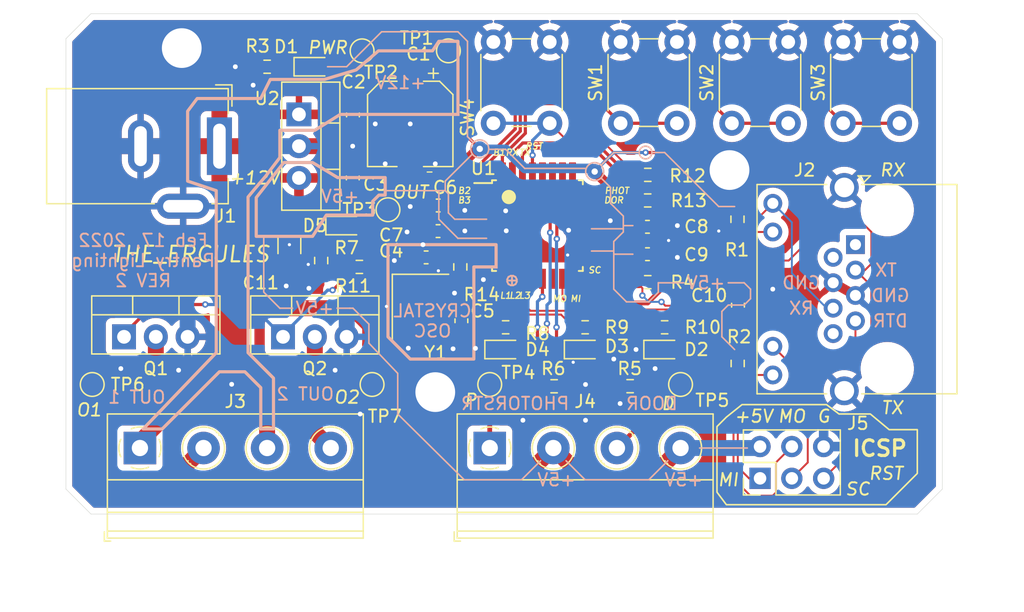
<source format=kicad_pcb>
(kicad_pcb (version 20211014) (generator pcbnew)
  (layers (0 "F.Cu" signal) (31 "B.Cu" signal) (34 "B.Paste" user) (35 "F.Paste" user) (36 "B.SilkS" user "B.Silkscreen") (37 "F.SilkS" user "F.Silkscreen") (38 "B.Mask" user) (39 "F.Mask" user) (44 "Edge.Cuts" user))
  (net 0 "")
  (net 1 "+12V")
  (net 2 "GND")
  (net 3 "+5V")
  (net 4 "Net-(C10-Pad1)")
  (net 5 "RESET")
  (net 6 "Net-(D1-Pad1)")
  (net 7 "Net-(D5-Pad1)")
  (net 9 "Net-(J2-Pad11)")
  (net 11 "Net-(J2-Pad6)")
  (net 13 "Net-(J2-Pad10)")
  (net 14 "Net-(J2-Pad12)")
  (net 15 "Net-(J3-Pad2)")
  (net 16 "Net-(J3-Pad4)")
  (net 17 "MISO")
  (net 18 "SCK")
  (net 19 "MOSI")
  (net 20 "RX")
  (net 21 "TX")
  (net 30 "/LIGHT_SIGNAL")
  (net 31 "/OSC_A")
  (net 32 "/OSC_B")
  (net 33 "/LED_3")
  (net 34 "/LED_2")
  (net 35 "/LED_1")
  (net 36 "/PHOTORESISTOR_IN")
  (net 37 "/DOOR_SW_IN")
  (net 38 "/LIGHTS_CL")
  (net 39 "/BTN_1")
  (net 40 "/BTN_2")
  (net 41 "/BTN_3")
  (net 42 "Net-(R10-Pad2)")
  (net 43 "Net-(R9-Pad2)")
  (net 44 "Net-(R8-Pad2)")
  (footprint "LED_SMD:LED_0603_1608Metric_Pad1.05x0.95mm_HandSolder" (layer "F.Cu") (at 134.62 101.346)
    (fp_text reference "D4")
    (fp_text value "GREEN")
  )
  (footprint "Resistor_SMD:R_0603_1608Metric_Pad0.98x0.95mm_HandSolder" (layer "F.Cu") (at 119.888 94.234 -90)
    (fp_text reference "R7")
    (fp_text value "750R")
  )
  (footprint "TestPoint:TestPoint_Pad_D1.5mm" (layer "F.Cu") (at 125.222 90.17)
    (fp_text reference "TP3")
    (fp_text value "TestPoint")
  )
  (footprint "Resistor_SMD:R_0603_1608Metric_Pad0.98x0.95mm_HandSolder" (layer "F.Cu") (at 153.137112 90.932 -90)
    (fp_text reference "R1")
    (fp_text value "150R")
  )
  (footprint "Capacitor_SMD:C_1206_3216Metric_Pad1.33x1.80mm_HandSolder" (layer "F.Cu") (at 117.348 92.964 -90)
    (fp_text reference "C11")
    (fp_text value "4.7u")
  )
  (footprint "TestPoint:TestPoint_Pad_D1.5mm" (layer "F.Cu") (at 123.952 104.14)
    (fp_text reference "TP7")
    (fp_text value "TestPoint")
  )
  (footprint "Package_TO_SOT_THT:TO-220-3_Vertical" (layer "F.Cu") (at 116.84 100.33)
    (fp_text reference "Q2")
    (fp_text value "IRF540N")
  )
  (footprint "Resistor_SMD:R_0603_1608Metric_Pad0.98x0.95mm_HandSolder" (layer "F.Cu") (at 115.57 78.74 180)
    (fp_text reference "R3")
    (fp_text value "750R")
  )
  (footprint "Connector_PinHeader_2.54mm:PinHeader_2x03_P2.54mm_Vertical" (layer "F.Cu") (at 154.94 111.643 90)
    (fp_text reference "J5")
    (fp_text value "Conn_02x03_Counter_Clockwise")
  )
  (footprint "Capacitor_SMD:C_0603_1608Metric_Pad1.08x0.95mm_HandSolder" (layer "F.Cu") (at 128.27 93.98)
    (fp_text reference "C4")
    (fp_text value "18p")
  )
  (footprint "Capacitor_SMD:C_0603_1608Metric_Pad1.08x0.95mm_HandSolder" (layer "F.Cu") (at 145.947804 91.53721 180)
    (fp_text reference "C8")
    (fp_text value "100n")
  )
  (footprint "Package_TO_SOT_THT:TO-220-3_Vertical" (layer "F.Cu") (at 104.14 100.33)
    (fp_text reference "Q1")
    (fp_text value "IRF540N")
  )
  (footprint "TestPoint:TestPoint_Pad_D1.5mm" (layer "F.Cu") (at 148.59 104.14)
    (fp_text reference "TP5")
    (fp_text value "TestPoint")
  )
  (footprint "LED_SMD:LED_0603_1608Metric_Pad1.05x0.95mm_HandSolder" (layer "F.Cu") (at 147.32 101.346)
    (fp_text reference "D2")
    (fp_text value "GREEN")
  )
  (footprint "Connector_RJ:RJ45_Amphenol_RJHSE538X" (layer "F.Cu") (at 162.56 92.96 -90)
    (fp_text reference "J2")
    (fp_text value "8P8C_LED_Shielded")
  )
  (footprint "Personal:TerminalBlock_Right-Angle_Modular-1,5-4-5.08_1x04_P5.08mm_Horizontal" (layer "F.Cu") (at 105.41 111.76)
    (fp_text reference "J3")
    (fp_text value "Conn_01x04")
  )
  (footprint "Resistor_SMD:R_0603_1608Metric_Pad0.98x0.95mm_HandSolder" (layer "F.Cu") (at 138.491948 104.281924)
    (fp_text reference "R6")
    (fp_text value "5K")
  )
  (footprint "Resistor_SMD:R_0603_1608Metric_Pad0.98x0.95mm_HandSolder" (layer "F.Cu") (at 144.562482 104.275946)
    (fp_text reference "R5")
    (fp_text value "10K")
  )
  (footprint "Personal:SW_PUSH_6mm_H5mm_4pin" (layer "F.Cu") (at 138.14 76.76 -90)
    (fp_text reference "SW4")
    (fp_text value "SW_MEC_5E")
  )
  (footprint "Personal:SW_PUSH_6mm_H5mm_4pin" (layer "F.Cu") (at 152.69 83.26 90)
    (fp_text reference "SW2")
    (fp_text value "SW_MEC_5E")
  )
  (footprint "Personal:SW_PUSH_6mm_H5mm_4pin" (layer "F.Cu") (at 161.58 83.26 90)
    (fp_text reference "SW3")
    (fp_text value "SW_MEC_5E")
  )
  (footprint "Package_TO_SOT_THT:TO-220-3_Vertical" (layer "F.Cu") (at 118.11 82.55 -90)
    (fp_text reference "U2")
    (fp_text value "LM7805_TO220")
  )
  (footprint "Capacitor_SMD:C_0603_1608Metric_Pad1.08x0.95mm_HandSolder" (layer "F.Cu") (at 129.230663 89.832542 180)
    (fp_text reference "C6")
    (fp_text value "100n")
  )
  (footprint "Resistor_SMD:R_0603_1608Metric_Pad0.98x0.95mm_HandSolder" (layer "F.Cu") (at 122.936 94.742 180)
    (fp_text reference "R11")
    (fp_text value "220R")
  )
  (footprint "Crystal:Crystal_SMD_3225-4Pin_3.2x2.5mm_HandSoldering" (layer "F.Cu") (at 127.818826 98.03152 -90)
    (fp_text reference "Y1")
    (fp_text value "16MHz")
  )
  (footprint "Resistor_SMD:R_0603_1608Metric_Pad0.98x0.95mm_HandSolder" (layer "F.Cu") (at 134.62 99.568)
    (fp_text reference "R8")
    (fp_text value "600R")
  )
  (footprint "LED_SMD:LED_0603_1608Metric_Pad1.05x0.95mm_HandSolder" (layer "F.Cu") (at 140.97 101.346)
    (fp_text reference "D3")
    (fp_text value "GREEN")
  )
  (footprint "Resistor_SMD:R_0603_1608Metric_Pad0.98x0.95mm_HandSolder" (layer "F.Cu") (at 147.32 99.568)
    (fp_text reference "R10")
    (fp_text value "600R")
  )
  (footprint "Resistor_SMD:R_0603_1608Metric_Pad0.98x0.95mm_HandSolder" (layer "F.Cu") (at 145.966843 89.429711)
    (fp_text reference "R13")
    (fp_text value "1K")
  )
  (footprint "TestPoint:TestPoint_Pad_D1.5mm" (layer "F.Cu") (at 133.35 104.14)
    (fp_text reference "TP4")
    (fp_text value "TestPoint")
  )
  (footprint "TestPoint:TestPoint_Pad_D1.5mm" (layer "F.Cu") (at 101.6 104.14)
    (fp_text reference "TP6")
    (fp_text value "TestPoint")
  )
  (footprint "Capacitor_SMD:C_0603_1608Metric_Pad1.08x0.95mm_HandSolder" (layer "F.Cu") (at 122.425397 82.593024 -90)
    (fp_text reference "C2")
    (fp_text value "100n")
  )
  (footprint "Personal:TerminalBlock_Right-Angle_Modular-1,5-4-5.08_1x04_P5.08mm_Horizontal" (layer "F.Cu") (at 133.35 111.76)
    (fp_text reference "J4")
    (fp_text value "Conn_01x04")
  )
  (footprint "Capacitor_SMD:C_0603_1608Metric_Pad1.08x0.95mm_HandSolder" (layer "F.Cu") (at 122.41031 87.63 90)
    (fp_text reference "C3")
    (fp_text value "100n")
  )
  (footprint "Capacitor_SMD:C_0603_1608Metric_Pad1.08x0.95mm_HandSolder" (layer "F.Cu") (at 131.086528 99.046255 90)
    (fp_text reference "C5")
    (fp_text value "18p")
  )
  (footprint "Capacitor_SMD:CP_Elec_6.3x5.9" (layer "F.Cu") (at 127 83.312 -90)
    (fp_text reference "C1")
    (fp_text value "22u")
  )
  (footprint "LED_SMD:LED_0603_1608Metric_Pad1.05x0.95mm_HandSolder" (layer "F.Cu") (at 119.38 78.74)
    (fp_text reference "D1")
    (fp_text value "RED")
  )
  (footprint "Capacitor_SMD:C_0603_1608Metric_Pad1.08x0.95mm_HandSolder" (layer "F.Cu") (at 145.9495 93.726 180)
    (fp_text reference "C9")
    (fp_text value "100n")
  )
  (footprint "Resistor_SMD:R_0603_1608Metric_Pad0.98x0.95mm_HandSolder" (layer "F.Cu") (at 140.97 99.568)
    (fp_text reference "R9")
    (fp_text value "600R")
  )
  (footprint "Personal:BarrelJack_GCT_DCJ200-10-A_Horizontal" (layer "F.Cu") (at 111.76 85.09 -90)
    (fp_text reference "J1")
    (fp_text value "Barrel_Jack_Switch")
  )
  (footprint "Resistor_SMD:R_0603_1608Metric_Pad0.98x0.95mm_HandSolder" (layer "F.Cu") (at 145.971261 95.961533)
    (fp_text reference "R4")
    (fp_text value "10K")
  )
  (footprint "Capacitor_SMD:C_0603_1608Metric_Pad1.08x0.95mm_HandSolder" (layer "F.Cu") (at 129.221289 91.88057 180)
    (fp_text reference "C7")
    (fp_text value "100n")
  )
  (footprint "Resistor_SMD:R_0603_1608Metric_Pad0.98x0.95mm_HandSolder" (layer "F.Cu") (at 153.152423 102.460208 -90)
    (fp_text reference "R2")
    (fp_text value "150R")
  )
  (footprint "Personal:SW_PUSH_6mm_H5mm_4pin" (layer "F.Cu") (at 143.8 83.26 90)
    (fp_text reference "SW1")
    (fp_text value "SW_MEC_5E")
  )
  (footprint "LED_SMD:LED_0603_1608Metric_Pad1.05x0.95mm_HandSolder" (layer "F.Cu") (at 121.92 91.44)
    (fp_text reference "D5")
    (fp_text value "RED")
  )
  (footprint "Resistor_SMD:R_0603_1608Metric_Pad0.98x0.95mm_HandSolder" (layer "F.Cu") (at 131.000839 94.743177 90)
    (fp_text reference "R14")
    (fp_text value "1M")
  )
  (footprint "Resistor_SMD:R_0603_1608Metric_Pad0.98x0.95mm_HandSolder" (layer "F.Cu") (at 145.974398 87.38341)
    (fp_text reference "R12")
    (fp_text value "1K")
  )
  (footprint "Package_QFP:TQFP-32_7x7mm_P0.8mm" (layer "F.Cu") (at 137.16 91.44)
    (fp_text reference "U1")
    (fp_text value "ATmega328P-A")
  )
  (footprint "Capacitor_SMD:C_0603_1608Metric_Pad1.08x0.95mm_HandSolder" (layer "F.Cu") (at 153.178473 97.800675 90)
    (fp_text reference "C10")
    (fp_text value "100n")
  )
  (footprint "TestPoint:TestPoint_Pad_D1.5mm" (layer "F.Cu") (at 123.154742 77.47)
    (fp_text reference "TP2")
    (fp_text value "TestPoint")
  )
  (footprint "TestPoint:TestPoint_Pad_D1.5mm" (layer "F.Cu") (at 130.048 77.47)
    (fp_text reference "TP1")
    (fp_text value "TestPoint")
  )
  (gr_line (start 130.81 75.946) (end 124.714 75.946) (layer "B.SilkS") (width 0.127))
  (gr_circle (center 145.796 85.598) (end 145.796 85.09) (layer "B.SilkS") (width 0.127) (fill none))
  (gr_line (start 151.892 100.33) (end 152.908 101.346) (layer "B.SilkS") (width 0.127))
  (gr_line (start 123.698 99.314) (end 123.698 100.838) (layer "B.SilkS") (width 0.127))
  (gr_line (start 131.572 84.328) (end 131.572 76.708) (layer "B.SilkS") (width 0.127))
  (gr_line (start 132.035122 84.786178) (end 131.572 84.328) (layer "B.SilkS") (width 0.127))
  (gr_line (start 115.316 96.774) (end 116.586 98.044) (layer "B.SilkS") (width 0.127))
  (gr_circle (center 141.732 87.122) (end 142.24 86.614) (layer "B.SilkS") (width 0.127) (fill none))
  (gr_line (start 146.812 96.774) (end 146.812 96.012) (layer "B.SilkS") (width 0.127))
  (gr_line (start 130.048 90.424) (end 130.556 90.932) (layer "B.SilkS") (width 0.127))
  (gr_line (start 129.794 88.646) (end 129.794 87.884) (layer "B.SilkS") (width 0.127))
  (gr_line (start 142.24 87.63) (end 143.002 88.392) (layer "B.SilkS") (width 0.127))
  (gr_line (start 143.256 93.472) (end 141.478 93.472) (layer "B.SilkS") (width 0.127))
  (gr_line (start 129.286 88.646) (end 129.286 90.932) (layer "B.SilkS") (width 0.127))
  (gr_line (start 122.428 98.044) (end 123.698 99.314) (layer "B.SilkS") (width 0.127))
  (gr_circle (center 132.550947 85.304885) (end 133.058947 84.796885) (layer "B.SilkS") (width 0.127) (fill none))
  (gr_line (start 154.178 97.282) (end 153.67 97.79) (layer "B.SilkS") (width 0.127))
  (gr_line (start 130.81 92.456) (end 130.048 91.694) (layer "B.SilkS") (width 0.127))
  (gr_line (start 143.002 89.662) (end 144.018 90.678) (layer "B.SilkS") (width 0.127))
  (gr_line (start 134.62 85.344) (end 136.144 86.868) (layer "B.SilkS") (width 0.127))
  (gr_line (start 153.67 96.012) (end 152.4 96.012) (layer "B.SilkS") (width 0.127))
  (gr_line (start 154.178 96.52) (end 154.178 97.282) (layer "B.SilkS") (width 0.127))
  (gr_line (start 129.794 88.646) (end 130.048 88.9) (layer "B.SilkS") (width 0.127))
  (gr_line (start 124.714 75.946) (end 121.92 78.74) (layer "B.SilkS") (width 0.127))
  (gr_poly (pts (xy 133.858 94.742) (xy 132.08 94.742) (xy 132.08 102.108) (xy 127 102.108) (xy 125.222 100.33) (xy 125.222 92.964) (xy 133.858 92.964)) (layer "B.SilkS") (width 0.254) (fill none))
  (gr_line (start 144.018 91.694) (end 141.478 91.694) (layer "B.SilkS") (width 0.127))
  (gr_line (start 143.256 92.71) (end 143.256 96.52) (layer "B.SilkS") (width 0.127))
  (gr_line (start 115.3 92.4) (end 115.3 96.743) (layer "B.SilkS") (width 0.127))
  (gr_line (start 140.97 111.76) (end 146.05 111.76) (layer "B.SilkS") (width 0.127))
  (gr_line (start 151.892 98.298) (end 151.892 100.33) (layer "B.SilkS") (width 0.127))
  (gr_line (start 129.286 90.932) (end 130.048 91.694) (layer "B.SilkS") (width 0.127))
  (gr_line (start 153.67 97.79) (end 152.4 97.79) (layer "B.SilkS") (width 0.127))
  (gr_line (start 130.048 88.9) (end 130.048 89.916) (layer "B.SilkS") (width 0.127))
  (gr_line (start 126 103.25) (end 126 106.5) (layer "B.SilkS") (width 0.127))
  (gr_line (start 144.272 97.536) (end 146.05 97.536) (layer "B.SilkS") (width 0.127))
  (gr_line (start 121.92 78.74) (end 120.396 78.74) (layer "B.SilkS") (width 0.127))
  (gr_line (start 152.654 89.916) (end 152.908 89.916) (layer "B.SilkS") (width 0.127))
  (gr_line (start 143.256 96.52) (end 144.272 97.536) (layer "B.SilkS") (width 0.127))
  (gr_line (start 130.81 92.456) (end 133.096 92.456) (layer "B.SilkS") (width 0.127))
  (gr_line (start 123.698 100.838) (end 126 103.25) (layer "B.SilkS") (width 0.127))
  (gr_line (start 142.24 86.614) (end 143.256 85.598) (layer "B.SilkS") (width 0.127))
  (gr_line (start 152.4 97.79) (end 151.892 98.298) (layer "B.SilkS") (width 0.127))
  (gr_line (start 135.89 111.76) (end 137.414 110.236) (layer "B.SilkS") (width 0.127))
  (gr_poly (pts (xy 121.2 87.6) (xy 125 87.6) (xy 125 89) (xy 124.5 89) (xy 124 89.5) (xy 124 90.6) (xy 120.3 90.6) (xy 119.2 92.3) (xy 114.7 92.3) (xy 114.7 89.2) (xy 116.9 86.4) (xy 119.2 86.4)) (layer "B.SilkS") (width 0.254) (fill none))
  (gr_line (start 153.67 96.012) (end 154.178 96.52) (layer "B.SilkS") (width 0.127))
  (gr_line (start 146.05 97.536) (end 146.812 96.774) (layer "B.SilkS") (width 0.127))
  (gr_line (start 139.446 110.236) (end 140.97 111.76) (layer "B.SilkS") (width 0.127))
  (gr_line (start 116.586 98.044) (end 117.602 98.044) (layer "B.SilkS") (width 0.127))
  (gr_line (start 129.794 88.646) (end 125.1 88.646) (layer "B.SilkS") (width 0.127))
  (gr_line (start 151.638 89.916) (end 152.654 89.916) (layer "B.SilkS") (width 0.127))
  (gr_line (start 144.018 90.678) (end 144.018 91.948) (layer "B.SilkS") (width 0.127))
  (gr_line (start 131.318 111.76) (end 135.89 111.76) (layer "B.SilkS") (width 0.127))
  (gr_line (start 122.174 98.044) (end 122.428 98.044) (layer "B.SilkS") (width 0.127))
  (gr_line (start 144.018 91.44) (end 144.78 91.44) (layer "B.SilkS") (width 0.127))
  (gr_line (start 130.048 89.916) (end 130.048 90.424) (layer "B.SilkS") (width 0.127))
  (gr_line (start 150.114 109.22) (end 153.924 109.22) (layer "B.SilkS") (width 0.127))
  (gr_line (start 146.304 85.598) (end 147.32 85.598) (layer "B.SilkS") (width 0.127))
  (gr_line (start 133.35 85.344) (end 134.62 85.344) (layer "B.SilkS") (width 0.127))
  (gr_poly (pts (xy 130.81 82.55) (xy 121.412 82.55) (xy 119.38 83.82) (xy 116.586 83.82) (xy 116.586 86) (xy 115.452524 87.488449) (xy 114.527496 88.573411) (xy 114.046 89.154) (xy 114.046 101.6) (xy 116.078 103.632) (xy 116.078 107.696) (xy 115.062 107.696) (xy 115.062 104.394) (xy 113.792 103.124) (xy 111.76 103.124) (xy 107.188 107.696) (xy 105.664 107.696) (xy 111.506 101.6) (xy 111.506 88.646) (xy 109.22 87.884) (xy 109.22 82.296) (xy 109.982 81.28) (xy 115.062 81.28) (xy 115.824 79.756) (xy 120.142 79.756) (xy 122.682 78.994) (xy 124.46 77.47) (xy 128.778 77.47) (xy 129.286 76.708) (xy 130.81 76.708)) (layer "B.SilkS") (width 0.254) (fill none))
  (gr_line (start 144.018 91.948) (end 143.256 92.71) (layer "B.SilkS") (width 0.127))
  (gr_line (start 129.794 87.884) (end 131.965961 85.725614) (layer "B.SilkS") (width 0.127))
  (gr_line (start 146.05 111.76) (end 147.574 110.236) (layer "B.SilkS") (width 0.127))
  (gr_line (start 136.144 86.868) (end 140.97 86.868) (layer "B.SilkS") (width 0.127))
  (gr_line (start 121.158 98.044) (end 122.174 98.044) (layer "B.SilkS") (width 0.127))
  (gr_line (start 143.002 88.392) (end 143.002 89.662) (layer "B.SilkS") (width 0.127))
  (gr_line (start 147.32 85.598) (end 151.638 89.916) (layer "B.SilkS") (width 0.127))
  (gr_line (start 146.812 96.012) (end 148.844 96.012) (layer "B.SilkS") (width 0.127))
  (gr_line (start 143.256 93.726) (end 144.78 93.726) (layer "B.SilkS") (width 0.127))
  (gr_line (start 130.556 90.932) (end 133.096 90.932) (layer "B.SilkS") (width 0.127))
  (gr_line (start 143.256 85.598) (end 145.288 85.598) (layer "B.SilkS") (width 0.127))
  (gr_line (start 131.572 76.708) (end 130.81 75.946) (layer "B.SilkS") (width 0.127))
  (gr_line (start 126 106.5) (end 131.318 111.76) (layer "B.SilkS") (width 0.127))
  (gr_poly (pts (xy 161.25 106.5) (xy 163.75 106.5) (xy 165.25 107.75) (xy 167.5 107.75) (xy 167.5 111.25) (xy 165 113.75) (xy 152.25 113.75) (xy 151.5 112.75) (xy 151.5 107.5) (xy 152.25 106.75) (xy 153.5 105.75) (xy 160.25 105.75)) (layer "F.SilkS") (width 0.127) (fill none))
  (gr_circle (center 134.874 89.154) (end 135.382 89.154) (layer "F.SilkS") (width 0.127) (fill solid))
  (gr_line (start 101.5 114.5) (end 99.5 112.5) (layer "Edge.Cuts") (width 0.0381))
  (gr_line (start 99.5 112.5) (end 99.5 76.5) (layer "Edge.Cuts") (width 0.0381))
  (gr_line (start 101.5 74.5) (end 167.5 74.5) (layer "Edge.Cuts") (width 0.0381))
  (gr_line (start 101.5 74.5) (end 99.5 76.5) (layer "Edge.Cuts") (width 0.0381))
  (gr_line (start 169.5 76.5) (end 167.5 74.5) (layer "Edge.Cuts") (width 0.0381))
  (gr_line (start 169.5 76.5) (end 169.5 112.5) (layer "Edge.Cuts") (width 0.0381))
  (gr_line (start 169.5 112.5) (end 167.5 114.5) (layer "Edge.Cuts") (width 0.0381))
  (gr_line (start 167.5 114.5) (end 101.5 114.5) (layer "Edge.Cuts") (width 0.0381))
  (gr_text "+5V" (at 119.38 98.044) (layer "B.SilkS") (effects (font (size 1 1)) (justify mirror)))
  (gr_text "OUT 2" (at 118.618 104.902) (layer "B.SilkS") (effects (font (size 1 1)) (justify mirror)))
  (gr_text "+5V" (at 148.844 111.76) (layer "B.SilkS") (effects (font (size 1 1)) (justify mirror)))
  (gr_text "DTR" (at 165.354 99.06) (layer "B.SilkS") (effects (font (size 1 1)) (justify mirror)))
  (gr_text "+5V" (at 150.622 96.012) (layer "B.SilkS") (effects (font (size 1 1)) (justify mirror)))
  (gr_text "CRYSTAL\nOSC" (at 128.778 99.06) (layer "B.SilkS") (effects (font (size 1 1)) (justify mirror)))
  (gr_text "+5V" (at 138.684 111.76) (layer "B.SilkS") (effects (font (size 1 1)) (justify mirror)))
  (gr_text "+5V" (at 121.4 89.1) (layer "B.SilkS") (effects (font (size 1 1)) (justify mirror)))
  (gr_text "PHOTORSTR" (at 135.382 105.664) (layer "B.SilkS") (effects (font (size 1 1)) (justify mirror)))
  (gr_text "+12V" (at 126.238 80.01) (layer "B.SilkS") (effects (font (size 1 1)) (justify mirror)))
  (gr_text "TX" (at 165 95) (layer "B.SilkS") (effects (font (size 1 1)) (justify mirror)))
  (gr_text "OUT 1" (at 105.156 105.156) (layer "B.SilkS") (effects (font (size 1 1)) (justify mirror)))
  (gr_text "GND" (at 165.354 97.028) (layer "B.SilkS") (effects (font (size 1 1)) (justify mirror)))
  (gr_text "RX" (at 158.242 98.044) (layer "B.SilkS") (effects (font (size 1 1)) (justify mirror)))
  (gr_text "GND" (at 158.242 96.012) (layer "B.SilkS") (effects (font (size 1 1)) (justify mirror)))
  (gr_text "⊕" (at 135.128 95.758) (layer "B.SilkS") (effects (font (size 1 1)) (justify mirror)))
  (gr_text "Feb 17, 2022\nPantry Lighting\nREV 2" (at 105.664 94.234) (layer "B.SilkS") (effects (font (size 1 1)) (justify mirror)))
  (gr_text "DOOR" (at 146.304 105.664) (layer "B.SilkS") (effects (font (size 1 1)) (justify mirror)))
  (gr_text "B2" (at 131.318 88.646) (layer "F.SilkS") (effects (font (size 0.5 0.5) (thickness 0.1) italic)))
  (gr_text "RST" (at 136.906 85.09) (layer "F.SilkS") (effects (font (size 0.5 0.5) (thickness 0.1) italic)))
  (gr_text "P" (at 131.826 105.41) (layer "F.SilkS") (effects (font (size 1 1) (thickness 0.15) italic)))
  (gr_text "PHOT" (at 143.51 88.646) (layer "F.SilkS") (effects (font (size 0.5 0.5) (thickness 0.1) italic)))
  (gr_text "O1" (at 101.346 106.172) (layer "F.SilkS") (effects (font (size 1 1) (thickness 0.15) italic)))
  (gr_text "PWR" (at 120.396 77.216) (layer "F.SilkS") (effects (font (size 1 1) (thickness 0.15) italic)))
  (gr_text "OUT" (at 127.012135 88.761876) (layer "F.SilkS") (effects (font (size 1 1) (thickness 0.15) italic)))
  (gr_text "-" (at 128.524 87.122) (layer "F.SilkS") (effects (font (size 0.5 0.5) (thickness 0.1) italic)))
  (gr_text "SC" (at 141.732 94.996) (layer "F.SilkS") (effects (font (size 0.5 0.5) (thickness 0.1) italic)))
  (gr_text "DOR" (at 143.256 89.408) (layer "F.SilkS") (effects (font (size 0.5 0.5) (thickness 0.1) italic)))
  (gr_text "L3" (at 136.144 97.028) (layer "F.SilkS") (effects (font (size 0.5 0.5) (thickness 0.1) italic)))
  (gr_text "MO" (at 138.938 97.282) (layer "F.SilkS") (effects (font (size 0.5 0.5) (thickness 0.1) italic)))
  (gr_text "SC" (at 162.75 112.5) (layer "F.SilkS") (effects (font (size 1 1) (thickness 0.15) italic)))
  (gr_text "MI" (at 140.208 97.282) (layer "F.SilkS") (effects (font (size 0.5 0.5) (thickness 0.1) italic)))
  (gr_text "RST" (at 165 111.25) (layer "F.SilkS") (effects (font (size 1 1) (thickness 0.15) italic)))
  (gr_text "O2" (at 121.92 105.156) (layer "F.SilkS") (effects (font (size 1 1) (thickness 0.15) italic)))
  (gr_text "THE_ERCULES" (at 109.474 93.726) (layer "F.SilkS") (effects (font (size 1.25 1.25) (thickness 0.17) italic)))
  (gr_text "L2" (at 135.382 97.028) (layer "F.SilkS") (effects (font (size 0.5 0.5) (thickness 0.1) italic)))
  (gr_text "TX" (at 136.144 85.598) (layer "F.SilkS") (effects (font (size 0.5 0.5) (thickness 0.1) italic)))
  (gr_text "L1" (at 134.62 97.028) (layer "F.SilkS") (effects (font (size 0.5 0.5) (thickness 0.1) italic)))
  (gr_text "RX" (at 135.128 85.598) (layer "F.SilkS") (effects (font (size 0.5 0.5) (thickness 0.1) italic)))
  (gr_text "ICSP" (at 164.5 109.25) (layer "F.SilkS") (effects (font (size 1.25 1.25) (thickness 0.25))))
  (gr_text "RX" (at 165.5 87) (layer "F.SilkS") (effects (font (size 1 1) (thickness 0.15) italic)))
  (gr_text "G" (at 160.02 106.68) (layer "F.SilkS") (effects (font (size 1 1) (thickness 0.15) italic)))
  (gr_text "MI" (at 152.4 111.76) (layer "F.SilkS") (effects (font (size 1 1) (thickness 0.15) italic)))
  (gr_text "+5V" (at 154.432 106.68) (layer "F.SilkS") (effects (font (size 1 1) (thickness 0.15) italic)))
  (gr_text "+12V" (at 114.554 87.63) (layer "F.SilkS") (effects (font (size 1 1) (thickness 0.15) italic)))
  (gr_text "B1" (at 134.112 85.598) (layer "F.SilkS") (effects (font (size 0.5 0.5) (thickness 0.1) italic)))
  (gr_text "D" (at 147.574 105.664) (layer "F.SilkS") (effects (font (size 1 1) (thickness 0.15) italic)))
  (gr_text "TX" (at 165.5 106) (layer "F.SilkS") (effects (font (size 1 1) (thickness 0.15) italic)))
  (gr_text "B3" (at 131.318 89.408) (layer "F.SilkS") (effects (font (size 0.5 0.5) (thickness 0.1) italic)))
  (gr_text "MO" (at 157.48 106.68) (layer "F.SilkS") (effects (font (size 1 1) (thickness 0.15) italic)))
  (segment (start 110.01 85.09) (end 110 85.1) (width 1.27) (layer "F.Cu") (net 1))
  (segment (start 111.76 85.09) (end 111.76 82.042) (width 1.27) (layer "F.Cu") (net 1))
  (segment (start 118.11 82.55) (end 120.142 82.55) (width 0.762) (layer "F.Cu") (net 1))
  (segment (start 114.046 102.616) (end 115.57 104.14) (width 1.27) (layer "F.Cu") (net 1))
  (segment (start 127 80.264) (end 127 80.512) (width 0.762) (layer "F.Cu") (net 1))
  (segment (start 118.11 82.55) (end 116.078 82.55) (width 0.762) (layer "F.Cu") (net 1))
  (segment (start 124.974 80.512) (end 124.968 80.518) (width 1.27) (layer "F.Cu") (net 1))
  (segment (start 112.776 89.2048) (end 111.76 88.1888) (width 1.27) (layer "F.Cu") (net 1))
  (segment (start 111.76 85.09) (end 110.01 85.09) (width 1.27) (layer "F.Cu") (net 1))
  (segment (start 105.41 108.712) (end 105.41 109.22) (width 1.27) (layer "F.Cu") (net 1))
  (segment (start 114.046 102.616) (end 111.506 102.616) (width 0.762) (layer "F.Cu") (net 1))
  (segment (start 115.57 104.14) (end 115.57 109.22) (width 1.27) (layer "F.Cu") (net 1))
  (segment (start 111.76 88.1888) (end 111.76 85.09) (width 1.27) (layer "F.Cu") (net 1))
  (segment (start 124.968 80.518) (end 129.032 80.518) (width 1.27) (layer "F.Cu") (net 1))
  (segment (start 127 80.766) (end 127 79.502) (width 0.254) (layer "F.Cu") (net 1))
  (segment (start 127 80.512) (end 124.974 80.512) (width 1.27) (layer "F.Cu") (net 1))
  (segment (start 111.506 102.616) (end 105.41 108.712) (width 1.27) (layer "F.Cu") (net 1))
  (segment (start 112.776 101.346) (end 112.776 89.2048) (width 2.54) (layer "F.Cu") (net 1))
  (segment (start 112.776 101.346) (end 114.046 102.616) (width 1.27) (layer "F.Cu") (net 1))
  (segment (start 111.76 85.09) (end 114.046 85.09) (width 1.27) (layer "F.Cu") (net 1))
  (segment (start 112.776 101.346) (end 111.506 102.616) (width 1.27) (layer "F.Cu") (net 1))
  (segment (start 149.456871 95.100871) (end 154.536871 95.100871) (width 0.762) (layer "F.Cu") (net 2))
  (segment (start 147.473351 92.633324) (end 146.888676 92.633324) (width 0.381) (layer "F.Cu") (net 2))
  (segment (start 130.535418 96.834515) (end 129.221821 96.834515) (width 0.508) (layer "F.Cu") (net 2))
  (segment (start 118.915037 93.772393) (end 118.32568 93.183036) (width 0.381) (layer "F.Cu") (net 2))
  (segment (start 148.336 93.98) (end 149.456871 95.100871) (width 0.762) (layer "F.Cu") (net 2))
  (segment (start 118.872 96.418659) (end 118.872 94.234) (width 0.381) (layer "F.Cu") (net 2))
  (segment (start 117.348 94.5265) (end 119.1645 94.5265) (width 0.381) (layer "F.Cu") (net 2))
  (segment (start 140.095 101.346) (end 140.095 101.995) (width 0.508) (layer "F.Cu") (net 2))
  (segment (start 127 89.916) (end 127 90.415256) (width 0.381) (layer "F.Cu") (net 2))
  (segment (start 134.603151 90.24) (end 134.62339 90.260239) (width 0.254) (layer "F.Cu") (net 2))
  (segment (start 128.368163 89.832542) (end 128.368163 90.833837) (width 0.381) (layer "F.Cu") (net 2))
  (segment (start 146.888676 92.633324) (end 146.812 92.71) (width 0.381) (layer "F.Cu") (net 2))
  (segment (start 119.38 94.742) (end 118.795 94.742) (width 0.381) (layer "F.Cu") (net 2))
  (segment (start 119.7845 95.1465) (end 119.888 95.1465) (width 0.381) (layer "F.Cu") (net 2))
  (segment (start 134.653514 91.84) (end 134.668777 91.855263) (width 0.254) (layer "F.Cu") (net 2))
  (segment (start 139.651313 91.742687) (end 140.354 91.04) (width 0.254) (layer "F.Cu") (net 2))
  (segment (start 139.651313 91.812689) (end 139.651313 91.742687) (width 0.254) (layer "F.Cu") (net 2))
  (segment (start 128.968826 95.567174) (end 129.247295 95.288705) (width 0.508) (layer "F.Cu") (net 2))
  (segment (start 128.368163 90.833837) (end 128.368163 91.871196) (width 0.381) (layer "F.Cu") (net 2))
  (segment (start 141.41 91.04) (end 142.972113 91.04) (width 0.254) (layer "F.Cu") (net 2))
  (segment (start 126.668826 99.48152) (end 126.746 99.558694) (width 0.381) (layer "F.Cu") (net 2))
  (segment (start 132.91 90.24) (end 131.375033 90.24) (width 0.254) (layer "F.Cu") (net 2))
  (segment (start 126.625436 99.48152) (end 128.968826 96.58152) (width 0.381) (layer "F.Cu") (net 2))
  (segment (start 118.915037 94.337087) (end 118.915037 93.772393) (width 0.381) (layer "F.Cu") (net 2))
  (segment (start 146.812 92.71) (end 146.812 91.538906) (width 0.381) (layer "F.Cu") (net 2))
  (segment (start 125.1 97.912694) (end 126.625436 99.43813) (width 0.508) (layer "F.Cu") (net 2))
  (segment (start 132.91 90.24) (end 134.603151 90.24) (width 0.254) (layer "F.Cu") (net 2))
  (segment (start 154.536871 95.100871) (end 155.956 96.52) (width 0.762) (layer "F.Cu") (net 2))
  (segment (start 118.795 94.742) (end 118.5795 94.5265) (width 0.381) (layer "F.Cu") (net 2))
  (segment (start 131.375033 90.24) (end 131.356903 90.22187) (width 0.254) (layer "F.Cu") (net 2))
  (segment (start 128.968826 96.58152) (end 128.968826 95.567174) (width 0.508) (layer "F.Cu") (net 2))
  (segment (start 118.5795 94.5265) (end 118.872 94.234) (width 0.381) (layer "F.Cu") (net 2))
  (segment (start 118.872 94.234) (end 119.38 94.742) (width 0.381) (layer "F.Cu") (net 2))
  (segment (start 125.1 97.9) (end 125.1 97.912694) (width 0.508) (layer "F.Cu") (net 2))
  (segment (start 127.508 92.964) (end 127.4075 93.0645) (width 0.381) (layer "F.Cu") (net 2))
  (segment (start 118.90572 96.452379) (end 118.872 96.418659) (width 0.381) (layer "F.Cu") (net 2))
  (segment (start 124.968 86.106) (end 129.032 86.106) (width 1.27) (layer "F.Cu") (net 2))
  (segment (start 127.4075 93.0645) (end 127.4075 93.98) (width 0.381) (layer "F.Cu") (net 2))
  (segment (start 129.221821 96.834515) (end 128.968826 96.58152) (width 0.381) (layer "F.Cu") (net 2))
  (segment (start 118.915037 94.337087) (end 118.915037 94.277037) (width 0.381) (layer "F.Cu") (net 2))
  (segment (start 128.358789 92.875211) (end 128.358789 91.88057) (width 0.381) (layer "F.Cu") (net 2))
  (segment (start 122 100.41) (end 121.92 100.33) (width 0.762) (layer "F.Cu") (net 2))
  (segment (start 146.812 93.726) (end 146.812 92.71) (width 0.381) (layer "F.Cu") (net 2))
  (segment (start 142.972113 91.04) (end 142.97871 91.046597) (width 0.254) (layer "F.Cu") (net 2))
  (segment (start 126.625436 99.43813) (end 126.625436 99.48152) (width 0.508) (layer "F.Cu") (net 2))
  (segment (start 129.247295 95.288705) (end 129.247295 95.0514) (width 0.254) (layer "F.Cu") (net 2))
  (segment (start 140.095 101.995) (end 140.462 102.362) (width 0.508) (layer "F.Cu") (net 2))
  (segment (start 127.418581 90.833837) (end 128.368163 90.833837) (width 0.381) (layer "F.Cu") (net 2))
  (segment (start 143.177915 102.108) (end 143.256 102.108) (width 0.381) (layer "F.Cu") (net 2))
  (segment (start 128.016 92.964) (end 127.508 92.964) (width 0.381) (layer "F.Cu") (net 2))
  (segment (start 131.385667 91.84) (end 131.361225 91.864442) (width 0.254) (layer "F.Cu") (net 2))
  (segment (start 132.91 91.84) (end 131.385667 91.84) (width 0.254) (layer "F.Cu") (net 2))
  (segment (start 128.27 92.964) (end 128.358789 92.875211) (width 0.381) (layer "F.Cu") (net 2))
  (segment (start 105.46 85.09) (end 103.124 85.09) (width 1.27) (layer "F.Cu") (net 2))
  (segment (start 132.91 91.84) (end 134.653514 91.84) (width 0.254) (layer "F.Cu") (net 2))
  (segment (start 140.354 91.04) (end 141.41 91.04) (width 0.254) (layer "F.Cu") (net 2))
  (segment (start 119.1645 94.5265) (end 119.38 94.742) (width 0.381) (layer "F.Cu") (net 2))
  (segment (start 128.016 92.964) (end 128.27 92.964) (width 0.381) (layer "F.Cu") (net 2))
  (segment (start 140.462 102.362) (end 142.923915 102.362) (width 0.508) (layer "F.Cu") (net 2))
  (segment (start 105.46 85.09) (end 107.95 85.09) (width 1.27) (layer "F.Cu") (net 2))
  (segment (start 118.32568 93.183036) (end 118.202487 93.183036) (width 0.254) (layer "F.Cu") (net 2))
  (segment (start 117.348 94.5265) (end 118.5795 94.5265) (width 0.381) (layer "F.Cu") (net 2))
  (segment (start 118.11 85.09) (end 119.888 85.09) (width 1.27) (layer "F.Cu") (net 2))
  (segment (start 128.368163 91.871196) (end 128.358789 91.88057) (width 0.381) (layer "F.Cu") (net 2))
  (segment (start 142.923915 102.362) (end 143.177915 102.108) (width 0.508) (layer "F.Cu") (net 2))
  (segment (start 118.915037 94.277037) (end 118.872 94.234) (width 0.381) (layer "F.Cu") (net 2))
  (segment (start 146.812 91.538906) (end 146.810304 91.53721) (width 0.381) (layer "F.Cu") (net 2))
  (segment (start 126.668826 99.48152) (end 126.625436 99.48152) (width 0.381) (layer "F.Cu") (net 2))
  (segment (start 119.38 94.742) (end 119.7845 95.1465) (width 0.381) (layer "F.Cu") (net 2))
  (segment (start 160.78 96.008) (end 162.56 97.024) (width 0.762) (layer "F.Cu") (net 2))
  (segment (start 127 90.415256) (end 127.418581 90.833837) (width 0.381) (layer "F.Cu") (net 2))
  (via (at 108.75 77.25) (size 3.81) (drill 3.175) (layers "F.Cu" "B.Cu") (net 2))
  (via (at 125.73 94.234) (size 0.889) (drill 0.381) (layers "F.Cu" "B.Cu") (net 2))
  (via (at 132.210508 101.249872) (size 0.889) (drill 0.381) (layers "F.Cu" "B.Cu") (net 2))
  (via (at 114.4524 80.2132) (size 0.889) (drill 0.381) (layers "F.Cu" "B.Cu") (net 2))
  (via (at 141 107) (size 0.889) (drill 0.381) (layers "F.Cu" "B.Cu") (net 2))
  (via (at 112.737668 104.125426) (size 0.889) (drill 0.381) (layers "F.Cu" "B.Cu") (net 2))
  (via (at 124.206 83.312) (size 0.889) (drill 0.381) (layers "F.Cu" "B.Cu") (net 2))
  (via (at 140.016649 102.363094) (size 0.508) (drill 0.254) (layers "F.Cu" "B.Cu") (net 2))
  (via (at 108.5 103) (size 0.889) (drill 0.381) (layers "F.Cu" "B.Cu") (net 2))
  (via (at 139.572066 93.792517) (size 0.508) (drill 0.254) (layers "F.Cu" "B.Cu") (net 2))
  (via (at 142.97871 91.046597) (size 0.889) (drill 0.381) (layers "F.Cu" "B.Cu") (net 2))
  (via (at 136 107) (size 0.889) (drill 0.381) (layers "F.Cu" "B.Cu") (net 2))
  (via (at 131.356903 90.22187) (size 0.889) (drill 0.381) (layers "F.Cu" "B.Cu") (net 2))
  (via (at 117.094 96.266) (size 0.889) (drill 0.381) (layers "F.Cu" "B.Cu") (net 2))
  (via (at 129 104.75) (size 3.81) (drill 3.175) (layers "F.Cu" "B.Cu") (net 2))
  (via (at 131.361225 91.864442) (size 0.889) (drill 0.381) (layers "F.Cu" "B.Cu") (net 2))
  (via (at 145.034 101.346) (size 0.889) (drill 0.381) (layers "F.Cu" "B.Cu") (net 2))
  (via (at 143.256 102.108) (size 0.889) (drill 0.381) (layers "F.Cu" "B.Cu") (net 2))
  (via (at 139.651313 91.812689) (size 0.889) (drill 0.381) (layers "F.Cu" "B.Cu") (net 2))
  (via (at 103.886 102.87) (size 0.889) (drill 0.381) (layers "F.Cu" "B.Cu") (net 2))
  (via (at 134.62339 90.260239) (size 0.889) (drill 0.381) (layers "F.Cu" "B.Cu") (net 2))
  (via (at 146.558 102.87) (size 0.889) (drill 0.381) (layers "F.Cu" "B.Cu") (net 2))
  (via (at 121 103) (size 0.889) (drill 0.381) (layers "F.Cu" "B.Cu") (net 2))
  (via (at 126.844387 101.239181) (size 0.889) (drill 0.381) (layers "F.Cu" "B.Cu") (net 2))
  (via (at 143.764 105.664) (size 0.889) (drill 0.381) (layers "F.Cu" "B.Cu") (net 2))
  (via (at 125 86.5) (size 0.889) (drill 0.381) (layers "F.Cu" "B.Cu") (net 2))
  (via (at 130.535418 96.834515) (size 0.889) (drill 0.381) (layers "F.Cu" "B.Cu") (net 2))
  (via (at 129 86.5) (size 0.889) (drill 0.381) (layers "F.Cu" "B.Cu") (net 2))
  (via (at 123 106.5) (size 0.889) (drill 0.381) (layers "F.Cu" "B.Cu") (net 2))
  (via (at 117.348 92.964) (size 0.508) (drill 0.254) (layers "F.Cu" "B.Cu") (net 2))
  (via (at 152.5 87) (size 3.81) (drill 3.175) (layers "F.Cu" "B.Cu") (net 2))
  (via (at 155.956 96.52) (size 0.889) (drill 0.381) (layers "F.Cu" "B.Cu") (net 2))
  (via (at 118.855866 94.544642) (size 0.508) (drill 0.254) (layers "F.Cu" "B.Cu") (net 2))
  (via (at 128.016 92.964) (size 0.889) (drill 0.381) (layers "F.Cu" "B.Cu") (net 2))
  (via (at 130.420969 101.288775) (size 0.889) (drill 0.381) (layers "F.Cu" "B.Cu") (net 2))
  (via (at 127 83.312) (size 0.889) (drill 0.381) (layers "F.Cu" "B.Cu") (net 2))
  (via (at 134.668777 91.855263) (size 0.889) (drill 0.381) (layers "F.Cu" "B.Cu") (net 2))
  (via (at 132.842 95.758) (size 0.889) (drill 0.381) (layers "F.Cu" "B.Cu") (net 2))
  (via (at 118.90572 96.452379) (size 0.889) (drill 0.381) (layers "F.Cu" "B.Cu") (net 2))
  (via (at 127 89.916) (size 0.889) (drill 0.381) (layers "F.Cu" "B.Cu") (net 2))
  (via (at 147.635416 92.630421) (size 0.508) (drill 0.254) (layers "F.Cu" "B.Cu") (net 2))
  (via (at 129.247295 95.0514) (size 0.508) (drill 0.254) (layers "F.Cu" "B.Cu") (net 2))
  (via (at 148.336 93.98) (size 0.889) (drill 0.381) (layers "F.Cu" "B.Cu") (net 2))
  (via (at 122.403486 85.089332) (size 0.889) (drill 0.381) (layers "F.Cu" "B.Cu") (net 2))
  (via (at 151.641419 91.873084) (size 0.508) (drill 0.254) (layers "F.Cu" "B.Cu") (net 2))
  (via (at 141 104.14) (size 0.889) (drill 0.381) (layers "F.Cu" "B.Cu") (net 2))
  (via (at 126.746 91.948) (size 0.889) (drill 0.381) (layers "F.Cu" "B.Cu") (net 2))
  (via (at 125.1 97.9) (size 0.508) (drill 0.254) (layers "F.Cu" "B.Cu") (net 2))
  (via (at 148.336 91.44) (size 0.889) (drill 0.381) (layers "F.Cu" "B.Cu") (net 2))
  (via (at 113.03 78.74) (size 0.889) (drill 0.381) (layers "F.Cu" "B.Cu") (net 2))
  (segment (start 160.02 107.188) (end 160.02 109.103) (width 0.762) (layer "B.Cu") (net 2))
  (segment (start 116.443 85.09) (end 114.4524 83.0994) (width 0.762) (layer "B.Cu") (net 2))
  (segment (start 105.46 85.09) (end 107.84 85.09) (width 1.27) (layer "B.Cu") (net 2))
  (segment (start 118.11 85.09) (end 116.443 85.09) (width 1.27) (layer "B.Cu") (net 2))
  (segment (start 160.02 109.103) (end 161.915 109.103) (width 0.762) (layer "B.Cu") (net 2))
  (segment (start 161.915 109.103) (end 162.052 108.966) (width 0.762) (layer "B.Cu") (net 2))
  (segment (start 121.92 100.33) (end 121.926972 100.323028) (width 1.27) (layer "B.Cu") (net 2))
  (segment (start 105.46 85.09) (end 103.41 85.09) (width 1.27) (layer "B.Cu") (net 2))
  (segment (start 114.4524 83.0994) (end 114.4524 80.2132) (width 0.762) (layer "B.Cu") (net 2))
  (segment (start 109.22 100.33) (end 109.22 98.75) (width 1.27) (layer "B.Cu") (net 2))
  (segment (start 121.926972 100.323028) (end 121.926972 98.75) (width 1.27) (layer "B.Cu") (net 2))
  (segment (start 143.364 91.84) (end 143.9618 91.84) (width 0.381) (layer "F.Cu") (net 3))
  (segment (start 130.093163 90.531853) (end 130.093163 89.832542) (width 0.254) (layer "F.Cu") (net 3))
  (segment (start 143.402 91.84) (end 143.764 92.202) (width 0.381) (layer "F.Cu") (net 3))
  (segment (start 129.794 88.646) (end 128.860554 88.646) (width 0.762) (layer "F.Cu") (net 3))
  (segment (start 131.318 111.76) (end 135.89 111.76) (width 1.27) (layer "F.Cu") (net 3))
  (segment (start 154.178 97.282) (end 154.178 96.52) (width 0.1524) (layer "F.Cu") (net 3))
  (segment (start 143.256 93.677951) (end 143.256 93.98) (width 0.381) (layer "F.Cu") (net 3))
  (segment (start 144.018 90.703618) (end 143.10408 89.789698) (width 0.762) (layer "F.Cu") (net 3))
  (segment (start 120.255 78.74) (end 121.884742 78.74) (width 0.254) (layer "F.Cu") (net 3))
  (segment (start 145.796 85.598) (end 147.32 85.598) (width 0.254) (layer "F.Cu") (net 3))
  (segment (start 132.370021 85.307979) (end 132.551979 85.307979) (width 0.762) (layer "F.Cu") (net 3))
  (segment (start 154.178 96.52) (end 153.619533 95.961533) (width 0.1524) (layer "F.Cu") (net 3))
  (segment (start 144.272 91.5298) (end 145.077894 91.5298) (width 0.381) (layer "F.Cu") (net 3))
  (segment (start 132.91 92.64) (end 130.843219 92.64) (width 0.254) (layer "F.Cu") (net 3))
  (segment (start 147.32 85.598) (end 151.7415 90.0195) (width 0.254) (layer "F.Cu") (net 3))
  (segment (start 143.10408 88.49408) (end 141.732 87.122) (width 0.762) (layer "F.Cu") (net 3))
  (segment (start 143.10408 89.789698) (end 143.10408 88.49408) (width 0.762) (layer "F.Cu") (net 3))
  (segment (start 143.018049 93.44) (end 143.256 93.677951) (width 0.381) (layer "F.Cu") (net 3))
  (segment (start 143.256 92.71) (end 143.51 92.456) (width 0.508) (layer "F.Cu") (net 3))
  (segment (start 151.7415 90.0195) (end 153.137112 90.0195) (width 0.254) (layer "F.Cu") (net 3))
  (segment (start 142.78 93.44) (end 143.018049 93.44) (width 0.381) (layer "F.Cu") (net 3))
  (segment (start 126 103.14) (end 126 106.442) (width 1.27) (layer "F.Cu") (net 3))
  (segment (start 145.961589 97.624411) (end 146.883761 96.702239) (width 0.381) (layer "F.Cu") (net 3))
  (segment (start 129.794 88.646) (end 129.794 87.884) (width 0.762) (layer "F.Cu") (net 3))
  (segment (start 144.126 91.84) (end 143.364 91.84) (width 0.381) (layer "F.Cu") (net 3))
  (segment (start 143.364 91.84) (end 143.402 91.84) (width 0.381) (layer "F.Cu") (net 3))
  (segment (start 143.018049 93.44) (end 143.224 93.44) (width 0.381) (layer "F.Cu") (net 3))
  (segment (start 129.231652 91.028433) (end 129.231652 90.36373) (width 0.381) (layer "F.Cu") (net 3))
  (segment (start 153.152423 101.547708) (end 151.892 100.287285) (width 0.1524) (layer "F.Cu") (net 3))
  (segment (start 130.81 75.946) (end 124.678742 75.946) (width 0.254) (layer "F.Cu") (net 3))
  (segment (start 140.97 111.76) (end 146.05 111.76) (width 1.27) (layer "F.Cu") (net 3))
  (segment (start 132.91 91.04) (end 130.60131 91.04) (width 0.254) (layer "F.Cu") (net 3))
  (segment (start 143.764 92.202) (end 144.126 91.84) (width 0.508) (layer "F.Cu") (net 3))
  (segment (start 124.678742 75.946) (end 123.154742 77.47) (width 0.254) (layer "F.Cu") (net 3))
  (segment (start 129.248083 89.033529) (end 128.860554 88.646) (width 0.381) (layer "F.Cu") (net 3))
  (segment (start 138.43 109.22) (end 140.97 111.76) (width 1.27) (layer "F.Cu") (net 3))
  (segment (start 146.883761 96.702239) (end 146.883761 95.961533) (width 0.381) (layer "F.Cu") (net 3))
  (segment (start 144.360411 97.624411) (end 145.961589 97.624411) (width 0.381) (layer "F.Cu") (net 3))
  (segment (start 130.843219 92.64) (end 130.083789 91.88057) (width 0.254) (layer "F.Cu") (net 3))
  (segment (start 129.794 88.646) (end 130.093163 88.945163) (width 0.381) (layer "F.Cu") (net 3))
  (segment (start 146.05 111.76) (end 148.59 109.22) (width 1.27) (layer "F.Cu") (net 3))
  (segment (start 143.002 93.456049) (end 143.018049 93.44) (width 0.1524) (layer "F.Cu") (net 3))
  (segment (start 116.586 98.044) (end 122.428 98.044) (width 1.27) (layer "F.Cu") (net 3))
  (segment (start 143.256 96.52) (end 144.360411 97.624411) (width 0.381) (layer "F.Cu") (net 3))
  (segment (start 145.087 93.726) (end 143.51 93.726) (width 0.381) (layer "F.Cu") (net 3))
  (segment (start 126 106.442) (end 131.318 111.76) (width 1.27) (layer "F.Cu") (net 3))
  (segment (start 151.892 100.287285) (end 151.892 98.298) (width 0.1524) (layer "F.Cu") (net 3))
  (segment (start 129.248083 90.347299) (end 129.248083 89.033529) (width 0.381) (layer "F.Cu") (net 3))
  (segment (start 145.077894 91.5298) (end 145.085304 91.53721) (width 0.254) (layer "F.Cu") (net 3))
  (segment (start 143.402 91.84) (end 143.402 91.802) (width 0.254) (layer "F.Cu") (net 3))
  (segment (start 122.53008 98.14608) (end 122.53008 98.168558) (width 1.27) (layer "F.Cu") (net 3))
  (segment (start 144.018 91.694) (end 144.018 91.186) (width 0.762) (layer "F.Cu") (net 3))
  (segment (start 132.515958 85.344) (end 132.551979 85.307979) (width 0.762) (layer "F.Cu") (net 3))
  (segment (start 130.093163 88.945163) (end 130.093163 89.832542) (width 0.381) (layer "F.Cu") (net 3))
  (segment (start 143.51 93.726) (end 143.256 93.98) (width 0.381) (layer "F.Cu") (net 3))
  (segment (start 153.67 97.79) (end 154.178 97.282) (width 0.1524) (layer "F.Cu") (net 3))
  (segment (start 152.4 97.79) (end 153.67 97.79) (width 0.1524) (layer "F.Cu") (net 3))
  (segment (start 131.572 76.708) (end 130.81 75.946) (width 0.254) (layer "F.Cu") (net 3))
  (segment (start 143.51 92.456) (end 143.764 92.202) (width 0.508) (layer "F.Cu") (net 3))
  (segment (start 123.80008 99.438558) (end 123.80008 100.94008) (width 1.27) (layer "F.Cu") (net 3))
  (segment (start 122.41031 88.4925) (end 122.3275 88.4925) (width 0.381) (layer "F.Cu") (net 3))
  (segment (start 141.41 91.84) (end 143.364 91.84) (width 0.381) (layer "F.Cu") (net 3))
  (segment (start 123.80008 100.94008) (end 126 103.14) (width 1.27) (layer "F.Cu") (net 3))
  (segment (start 143.9618 91.84) (end 144.272 91.5298) (width 0.381) (layer "F.Cu") (net 3))
  (segment (start 135.89 111.76) (end 138.43 109.22) (width 1.27) (layer "F.Cu") (net 3))
  (segment (start 129.231652 90.36373) (end 129.248083 90.347299) (width 0.381) (layer "F.Cu") (net 3))
  (segment (start 130.60131 91.04) (end 130.093163 90.531853) (width 0.254) (layer "F.Cu") (net 3))
  (segment (start 153.619533 95.968943) (end 146.458918 95.968943) (width 0.1524) (layer "F.Cu") (net 3))
  (segment (start 121.884742 78.74) (end 123.154742 77.47) (width 0.254) (layer "F.Cu") (net 3))
  (segment (start 129.794 87.884) (end 132.370021 85.307979) (width 0.762) (layer "F.Cu") (net 3))
  (segment (start 151.892 98.298) (end 152.4 97.79) (width 0.1524) (layer "F.Cu") (net 3))
  (segment (start 143.51 91.948) (end 143.51 92.456) (width 0.254) (layer "F.Cu") (net 3))
  (segment (start 122.2745 88.4925) (end 122.41031 88.4925) (width 0.508) (layer "F.Cu") (net 3))
  (segment (start 142.78 93.44) (end 141.41 93.44) (width 0.381) (layer "F.Cu") (net 3))
  (segment (start 131.572 84.328) (end 131.572 76.708) (width 0.254) (layer "F.Cu") (net 3))
  (segment (start 115.316 96.774) (end 116.586 98.044) (width 1.27) (layer "F.Cu") (net 3))
  (segment (start 144.018 91.186) (end 144.018 90.703618) (width 0.762) (layer "F.Cu") (net 3))
  (segment (start 143.224 93.44) (end 143.51 93.726) (width 0.381) (layer "F.Cu") (net 3))
  (segment (start 132.551979 85.307979) (end 131.572 84.328) (width 0.254) (layer "F.Cu") (net 3))
  (segment (start 122.428 98.044) (end 122.53008 98.14608) (width 1.27) (layer "F.Cu") (net 3))
  (segment (start 128.860554 88.646) (end 125 88.646) (width 0.762) (layer "F.Cu") (net 3))
  (segment (start 130.083789 91.88057) (end 129.231652 91.028433) (width 0.381) (layer "F.Cu") (net 3))
  (segment (start 122.53008 98.168558) (end 123.80008 99.438558) (width 1.27) (layer "F.Cu") (net 3))
  (segment (start 143.256 93.472) (end 143.256 92.71) (width 0.508) (layer "F.Cu") (net 3))
  (segment (start 115.316 92) (end 115.316 96.774) (width 1.27) (layer "F.Cu") (net 3))
  (segment (start 143.402 91.802) (end 144.018 91.186) (width 0.254) (layer "F.Cu") (net 3))
  (segment (start 143.256 93.98) (end 143.256 96.52) (width 0.381) (layer "F.Cu") (net 3))
  (segment (start 143.402 91.84) (end 143.51 91.948) (width 0.254) (layer "F.Cu") (net 3))
  (via (at 132.551979 85.307979) (size 1.2) (drill 0.508) (layers "F.Cu" "B.Cu") (net 3))
  (via (at 141.732 87.122) (size 1.2) (drill 0.508) (layers "F.Cu" "B.Cu") (net 3))
  (via (at 145.796 85.598) (size 0.508) (drill 0.254) (layers "F.Cu" "B.Cu") (net 3))
  (segment (start 145.796 85.598) (end 143.256 85.598) (width 0.254) (layer "B.Cu") (net 3))
  (segment (start 132.588 85.344) (end 134.62 85.344) (width 0.762) (layer "B.Cu") (net 3))
  (segment (start 148.59 109.22) (end 154.823 109.22) (width 1.27) (layer "B.Cu") (net 3))
  (segment (start 132.551979 85.307979) (end 132.588 85.344) (width 0.762) (layer "B.Cu") (net 3))
  (segment (start 141.478 86.868) (end 141.732 87.122) (width 0.762) (layer "B.Cu") (net 3))
  (segment (start 134.62 85.344) (end 136.144 86.868) (width 0.762) (layer "B.Cu") (net 3))
  (segment (start 136.144 86.868) (end 141.478 86.868) (width 0.762) (layer "B.Cu") (net 3))
  (segment (start 154.823 109.22) (end 154.94 109.103) (width 1.27) (layer "B.Cu") (net 3))
  (segment (start 143.256 85.598) (end 141.732 87.122) (width 0.254) (layer "B.Cu") (net 3))
  (segment (start 161.544 101.6) (end 160.02 101.6) (width 0.1524) (layer "F.Cu") (net 4))
  (segment (start 162.56 100.584) (end 161.544 101.6) (width 0.1524) (layer "F.Cu") (net 4))
  (segment (start 160.02 101.6) (end 157.083175 98.663175) (width 0.1524) (layer "F.Cu") (net 4))
  (segment (start 162.56 99.056) (end 162.56 100.584) (width 0.1524) (layer "F.Cu") (net 4))
  (segment (start 157.083175 98.663175) (end 153.178473 98.663175) (width 0.1524) (layer "F.Cu") (net 4))
  (segment (start 150.759561 98.181561) (end 150.759561 98.414439) (width 0.1524) (layer "F.Cu") (net 5))
  (segment (start 151.981825 96.938175) (end 153.178473 96.938175) (width 0.1524) (layer "F.Cu") (net 5))
  (segment (start 138.14 83.26) (end 139.36088 84.48088) (width 0.1524) (layer "F.Cu") (net 5))
  (segment (start 142.13888 84.48088) (end 144.018 86.36) (width 0.1524) (layer "F.Cu") (net 5))
  (segment (start 144.018 86.36) (end 145.339461 86.36) (width 0.1524) (layer "F.Cu") (net 5))
  (segment (start 150.749 98.171) (end 151.981825 96.938175) (width 0.1524) (layer "F.Cu") (net 5))
  (segment (start 147.066 97.536) (end 147.37272 97.84272) (width 0.1524) (layer "F.Cu") (net 5))
  (segment (start 139.36088 84.48088) (end 142.13888 84.48088) (width 0.1524) (layer "F.Cu") (net 5))
  (segment (start 145.339461 86.36) (end 145.952742 86.973281) (width 0.1524) (layer "F.Cu") (net 5))
  (segment (start 160.98568 106.88368) (end 161.798 107.696) (width 0.1524) (layer "F.Cu") (net 5))
  (segment (start 145.542 96.444772) (end 145.542 97.028) (width 0.1524) (layer "F.Cu") (net 5))
  (segment (start 150.505561 98.160439) (end 150.632561 98.287439) (width 0.1524) (layer "F.Cu") (net 5))
  (segment (start 136.767768 85.811859) (end 136.76 85.819627) (width 0.254) (layer "F.Cu") (net 5))
  (segment (start 136.76 85.819627) (end 136.76 87.19) (width 0.254) (layer "F.Cu") (net 5))
  (segment (start 150.759561 98.414439) (end 151.28096 98.935839) (width 0.1524) (layer "F.Cu") (net 5))
  (segment (start 150.187842 97.84272) (end 150.505561 98.160439) (width 0.1524) (layer "F.Cu") (net 5))
  (segment (start 145.084467 95.961533) (end 145.058761 95.961533) (width 0.1524) (layer "F.Cu") (net 5))
  (segment (start 161.798 107.696) (end 161.798 109.865) (width 0.1524) (layer "F.Cu") (net 5))
  (segment (start 150.749 98.171) (end 150.759561 98.181561) (width 0.1524) (layer "F.Cu") (net 5))
  (segment (start 145.952742 95.093258) (end 145.084467 95.961533) (width 0.1524) (layer "F.Cu") (net 5))
  (segment (start 151.28096 104.025453) (end 154.139187 106.88368) (width 0.1524) (layer "F.Cu") (net 5))
  (segment (start 150.632561 98.287439) (end 150.759561 98.414439) (width 0.1524) (layer "F.Cu") (net 5))
  (segment (start 147.37272 97.84272) (end 150.187842 97.84272) (width 0.1524) (layer "F.Cu") (net 5))
  (segment (start 150.516122 98.171) (end 150.749 98.171) (width 0.1524) (layer "F.Cu") (net 5))
  (segment (start 150.632561 98.287439) (end 150.749 98.171) (width 0.1524) (layer "F.Cu") (net 5))
  (segment (start 151.28096 98.935839) (end 151.28096 104.025453) (width 0.1524) (layer "F.Cu") (net 5))
  (segment (start 154.139187 106.88368) (end 160.98568 106.88368) (width 0.1524) (layer "F.Cu") (net 5))
  (segment (start 145.058761 95.961533) (end 145.542 96.444772) (width 0.1524) (layer "F.Cu") (net 5))
  (segment (start 150.505561 98.160439) (end 150.516122 98.171) (width 0.1524) (layer "F.Cu") (net 5))
  (segment (start 161.798 109.865) (end 160.02 111.643) (width 0.1524) (layer "F.Cu") (net 5))
  (segment (start 145.952742 86.973281) (end 145.952742 95.093258) (width 0.1524) (layer "F.Cu") (net 5))
  (via (at 136.767768 85.811859) (size 0.508) (drill 0.254) (layers "F.Cu" "B.Cu") (net 5))
  (via (at 145.542 97.028) (size 0.508) (drill 0.254) (layers "F.Cu" "B.Cu") (net 5))
  (via (at 147.066 97.536) (size 0.508) (drill 0.254) (layers "F.Cu" "B.Cu") (net 5))
  (segment (start 145.542 97.028) (end 146.05 97.536) (width 0.1524) (layer "B.Cu") (net 5))
  (segment (start 136.767768 85.811859) (end 136.767768 84.632232) (width 0.254) (layer "B.Cu") (net 5))
  (segment (start 136.767768 84.632232) (end 138.14 83.26) (width 0.254) (layer "B.Cu") (net 5))
  (segment (start 146.05 97.536) (end 147.066 97.536) (width 0.1524) (layer "B.Cu") (net 5))
  (segment (start 133.64 83.26) (end 138.14 83.26) (width 0.254) (layer "B.Cu") (net 5))
  (segment (start 116.4825 78.74) (end 118.505 78.74) (width 0.254) (layer "F.Cu") (net 6))
  (segment (start 121.045 91.44) (end 121.045 92.1645) (width 0.1524) (layer "F.Cu") (net 7))
  (segment (start 121.045 92.1645) (end 119.888 93.3215) (width 0.1524) (layer "F.Cu") (net 7))
  (segment (start 163.322 91.44) (end 160.02 91.44) (width 0.1524) (layer "F.Cu") (net 9))
  (segment (start 162.56 94.992) (end 163.83 96.262) (width 0.1524) (layer "F.Cu") (net 9))
  (segment (start 160.02 91.44) (end 157.226 94.234) (width 0.1524) (layer "F.Cu") (net 9))
  (segment (start 163.83 94.488) (end 163.83 91.948) (width 0.1524) (layer "F.Cu") (net 9))
  (segment (start 163.83 91.948) (end 163.322 91.44) (width 0.1524) (layer "F.Cu") (net 9))
  (segment (start 163.83 100.076) (end 161.798 102.108) (width 0.1524) (layer "F.Cu") (net 9))
  (segment (start 162.56 94.992) (end 163.326 94.992) (width 0.1524) (layer "F.Cu") (net 9))
  (segment (start 156.978 102.108) (end 155.96 101.09) (width 0.1524) (layer "F.Cu") (net 9))
  (segment (start 147.828 89.408) (end 146.468801 89.408) (width 0.1524) (layer "F.Cu") (net 9))
  (segment (start 161.798 102.108) (end 156.978 102.108) (width 0.1524) (layer "F.Cu") (net 9))
  (segment (start 152.654 94.234) (end 147.828 89.408) (width 0.1524) (layer "F.Cu") (net 9))
  (segment (start 163.326 94.992) (end 163.83 94.488) (width 0.1524) (layer "F.Cu") (net 9))
  (segment (start 157.226 94.234) (end 152.654 94.234) (width 0.1524) (layer "F.Cu") (net 9))
  (segment (start 163.83 96.262) (end 163.83 100.076) (width 0.1524) (layer "F.Cu") (net 9))
  (segment (start 146.894308 87.376) (end 146.886898 87.38341) (width 0.1524) (layer "F.Cu") (net 11))
  (segment (start 155.96 89.66) (end 154.688 90.932) (width 0.1524) (layer "F.Cu") (net 11))
  (segment (start 147.828 87.376) (end 146.894308 87.376) (width 0.1524) (layer "F.Cu") (net 11))
  (segment (start 151.384 90.932) (end 147.828 87.376) (width 0.1524) (layer "F.Cu") (net 11))
  (segment (start 154.688 90.932) (end 151.384 90.932) (width 0.1524) (layer "F.Cu") (net 11))
  (segment (start 155.96 89.66) (end 157.48 91.18) (width 0.1524) (layer "B.Cu") (net 11))
  (segment (start 157.48 91.18) (end 157.48 95.25) (width 0.1524) (layer "B.Cu") (net 11))
  (segment (start 160.27 98.04) (end 160.78 98.04) (width 0.1524) (layer "B.Cu") (net 11))
  (segment (start 157.48 95.25) (end 160.27 98.04) (width 0.1524) (layer "B.Cu") (net 11))
  (segment (start 155.96 91.95) (end 153.214532 91.95) (width 0.1524) (layer "F.Cu") (net 13))
  (segment (start 153.152423 103.372708) (end 153.159715 103.38) (width 0.1524) (layer "F.Cu") (net 14))
  (segment (start 153.159715 103.38) (end 155.96 103.38) (width 0.1524) (layer "F.Cu") (net 14))
  (segment (start 110.49 109.22) (end 107.696 112.014) (width 1.27) (layer "F.Cu") (net 15))
  (segment (start 102.362 110.744) (end 102.362 107.188) (width 1.27) (layer "F.Cu") (net 15))
  (segment (start 102.362 107.188) (end 103.632 105.918) (width 1.27) (layer "F.Cu") (net 15))
  (segment (start 103.632 112.014) (end 102.362 110.744) (width 1.27) (layer "F.Cu") (net 15))
  (segment (start 101.6 104.14) (end 103.378 105.918) (width 0.381) (layer "F.Cu") (net 15))
  (segment (start 107.696 112.014) (end 103.632 112.014) (width 1.27) (layer "F.Cu") (net 15))
  (segment (start 103.632 105.918) (end 106.68 102.87) (width 1.27) (layer "F.Cu") (net 15))
  (segment (start 103.378 105.918) (end 103.632 105.918) (width 0.381) (layer "F.Cu") (net 15))
  (segment (start 106.68 102.87) (end 106.68 100.33) (width 1.27) (layer "F.Cu") (net 15))
  (segment (start 119.38 104.394) (end 119.38 107.95) (width 1.27) (layer "F.Cu") (net 16))
  (segment (start 119.634 104.14) (end 119.38 104.394) (width 0.381) (layer "F.Cu") (net 16))
  (segment (start 119.38 100.33) (end 119.38 104.394) (width 1.27) (layer "F.Cu") (net 16))
  (segment (start 119.38 107.95) (end 120.65 109.22) (width 1.27) (layer "F.Cu") (net 16))
  (segment (start 124.46 104.14) (end 119.634 104.14) (width 0.381) (layer "F.Cu") (net 16))
  (segment (start 150.67232 104.44432) (end 150.67232 99.187946) (width 0.1524) (layer "F.Cu") (net 17))
  (segment (start 154.061 111.643) (end 153.162 110.744) (width 0.1524) (layer "F.Cu") (net 17))
  (segment (start 149.935734 98.45136) (end 143.66336 98.45136) (width 0.1524) (layer "F.Cu") (net 17))
  (segment (start 143.66336 98.45136) (end 143.15536 97.94336) (width 0.1524) (layer "F.Cu") (net 17))
  (segment (start 140.61536 97.94336) (end 139.96 97.288) (width 0.1524) (layer "F.Cu") (net 17))
  (segment (start 153.162 106.934) (end 150.67232 104.44432) (width 0.1524) (layer "F.Cu") (net 17))
  (segment (start 139.96 97.288) (end 139.96 95.69) (width 0.1524) (layer "F.Cu") (net 17))
  (segment (start 143.15536 97.94336) (end 140.61536 97.94336) (width 0.1524) (layer "F.Cu") (net 17))
  (segment (start 153.162 110.744) (end 153.162 106.934) (width 0.1524) (layer "F.Cu") (net 17))
  (segment (start 154.94 111.643) (end 154.061 111.643) (width 0.1524) (layer "F.Cu") (net 17))
  (segment (start 150.67232 99.187946) (end 149.935734 98.45136) (width 0.1524) (layer "F.Cu") (net 17))
  (segment (start 142.748 94.488) (end 142.748 97.028) (width 0.1524) (layer "F.Cu") (net 18))
  (segment (start 150.97664 99.061893) (end 150.97664 104.24064) (width 0.1524) (layer "F.Cu") (net 18))
  (segment (start 142.748 97.028) (end 143.86704 98.14704) (width 0.1524) (layer "F.Cu") (net 18))
  (segment (start 142.494 94.234) (end 142.748 94.488) (width 0.1524) (layer "F.Cu") (net 18))
  (segment (start 158.75 110.373) (end 157.48 111.643) (width 0.1524) (layer "F.Cu") (net 18))
  (segment (start 141.41 94.24) (end 142.488 94.24) (width 0.1524) (layer "F.Cu") (net 18))
  (segment (start 143.86704 98.14704) (end 150.061787 98.14704) (width 0.1524) (layer "F.Cu") (net 18))
  (segment (start 157.734 107.188) (end 158.75 108.204) (width 0.1524) (layer "F.Cu") (net 18))
  (segment (start 142.488 94.24) (end 142.494 94.234) (width 0.1524) (layer "F.Cu") (net 18))
  (segment (start 150.97664 104.24064) (end 153.924 107.188) (width 0.1524) (layer "F.Cu") (net 18))
  (segment (start 158.75 108.204) (end 158.75 110.373) (width 0.1524) (layer "F.Cu") (net 18))
  (segment (start 153.924 107.188) (end 157.734 107.188) (width 0.1524) (layer "F.Cu") (net 18))
  (segment (start 150.061787 98.14704) (end 150.97664 99.061893) (width 0.1524) (layer "F.Cu") (net 18))
  (segment (start 139.16 97.25) (end 140.15768 98.24768) (width 0.1524) (layer "F.Cu") (net 19))
  (segment (start 156.21 112.776) (end 156.21 110.373) (width 0.1524) (layer "F.Cu") (net 19))
  (segment (start 152.819813 111.679035) (end 154.170778 113.03) (width 0.1524) (layer "F.Cu") (net 19))
  (segment (start 155.956 113.03) (end 156.21 112.776) (width 0.1524) (layer "F.Cu") (net 19))
  (segment (start 139.16 95.69) (end 139.16 97.25) (width 0.1524) (layer "F.Cu") (net 19))
  (segment (start 150.368 99.314) (end 150.368 104.648) (width 0.1524) (layer "F.Cu") (net 19))
  (segment (start 142.874054 98.24768) (end 143.382054 98.75568) (width 0.1524) (layer "F.Cu") (net 19))
  (segment (start 154.170778 113.03) (end 155.956 113.03) (width 0.1524) (layer "F.Cu") (net 19))
  (segment (start 156.21 110.373) (end 157.48 109.103) (width 0.1524) (layer "F.Cu") (net 19))
  (segment (start 143.382054 98.75568) (end 149.80968 98.75568) (width 0.1524) (layer "F.Cu") (net 19))
  (segment (start 150.368 104.648) (end 152.819813 107.099813) (width 0.1524) (layer "F.Cu") (net 19))
  (segment (start 152.819813 107.099813) (end 152.819813 111.679035) (width 0.1524) (layer "F.Cu") (net 19))
  (segment (start 140.15768 98.24768) (end 142.874054 98.24768) (width 0.1524) (layer "F.Cu") (net 19))
  (segment (start 149.80968 98.75568) (end 150.368 99.314) (width 0.1524) (layer "F.Cu") (net 19))
  (segment (start 135.16 85.665086) (end 135.989086 84.836) (width 0.254) (layer "F.Cu") (net 20))
  (segment (start 135.16 87.19) (end 135.16 85.665086) (width 0.254) (layer "F.Cu") (net 20))
  (segment (start 141.844521 84.836) (end 144.391931 87.38341) (width 0.254) (layer "F.Cu") (net 20))
  (segment (start 135.989086 84.836) (end 141.844521 84.836) (width 0.254) (layer "F.Cu") (net 20))
  (segment (start 144.391931 87.38341) (end 145.061898 87.38341) (width 0.254) (layer "F.Cu") (net 20))
  (segment (start 141.62992 85.24192) (end 143.764 87.376) (width 0.254) (layer "F.Cu") (net 21))
  (segment (start 144.293711 89.429711) (end 145.054343 89.429711) (width 0.254) (layer "F.Cu") (net 21))
  (segment (start 135.96 87.19) (end 135.96 85.782) (width 0.254) (layer "F.Cu") (net 21))
  (segment (start 143.764 88.9) (end 144.293711 89.429711) (width 0.254) (layer "F.Cu") (net 21))
  (segment (start 135.96 85.782) (end 136.50008 85.24192) (width 0.254) (layer "F.Cu") (net 21))
  (segment (start 143.764 87.376) (end 143.764 88.9) (width 0.254) (layer "F.Cu") (net 21))
  (segment (start 136.50008 85.24192) (end 141.62992 85.24192) (width 0.254) (layer "F.Cu") (net 21))
  (segment (start 123.952 91.44) (end 125.222 90.17) (width 0.1524) (layer "F.Cu") (net 30))
  (segment (start 124.968 100.584) (end 124.968 98.968) (width 0.254) (layer "F.Cu") (net 30))
  (segment (start 137.16 99.568) (end 137.16 101.854) (width 0.254) (layer "F.Cu") (net 30))
  (segment (start 122.795 92.315) (end 123.8485 93.3685) (width 0.1524) (layer "F.Cu") (net 30))
  (segment (start 126.746 102.362) (end 124.968 100.584) (width 0.254) (layer "F.Cu") (net 30))
  (segment (start 122.795 91.44) (end 123.952 91.44) (width 0.1524) (layer "F.Cu") (net 30))
  (segment (start 123.75 97.75) (end 123.75 94.8405) (width 0.254) (layer "F.Cu") (net 30))
  (segment (start 137.16 101.854) (end 136.652 102.362) (width 0.254) (layer "F.Cu") (net 30))
  (segment (start 123.8485 93.3685) (end 123.8485 94.742) (width 0.1524) (layer "F.Cu") (net 30))
  (segment (start 122.795 91.44) (end 122.795 92.315) (width 0.1524) (layer "F.Cu") (net 30))
  (segment (start 137.56 97.118277) (end 137.551035 97.127242) (width 0.254) (layer "F.Cu") (net 30))
  (segment (start 136.652 102.362) (end 126.746 102.362) (width 0.254) (layer "F.Cu") (net 30))
  (segment (start 123.75 94.8405) (end 123.8485 94.742) (width 0.254) (layer "F.Cu") (net 30))
  (segment (start 124.968 98.968) (end 123.75 97.75) (width 0.254) (layer "F.Cu") (net 30))
  (segment (start 137.56 95.69) (end 137.56 97.118277) (width 0.254) (layer "F.Cu") (net 30))
  (via (at 137.16 99.568) (size 0.508) (drill 0.254) (layers "F.Cu" "B.Cu") (net 30))
  (via (at 137.551035 97.127242) (size 0.508) (drill 0.254) (layers "F.Cu" "B.Cu") (net 30))
  (segment (start 137.16 97.518277) (end 137.551035 97.127242) (width 0.254) (layer "B.Cu") (net 30))
  (segment (start 137.16 98.044) (end 137.16 97.518277) (width 0.254) (layer "B.Cu") (net 30))
  (segment (start 137.16 99.568) (end 137.16 98.067394) (width 0.254) (layer "B.Cu") (net 30))
  (segment (start 129.532031 93.580469) (end 130.828923 93.580469) (width 0.1524) (layer "F.Cu") (net 31))
  (segment (start 127.12 96.34) (end 127.12 96.085513) (width 0.1524) (layer "F.Cu") (net 31))
  (segment (start 127.159672 96.123787) (end 127.159672 95.849399) (width 0.1524) (layer "F.Cu") (net 31))
  (segment (start 129.1325 93.98) (end 129.532031 93.580469) (width 0.1524) (layer "F.Cu") (net 31))
  (segment (start 130.828923 93.580469) (end 130.969392 93.44) (width 0.1524) (layer "F.Cu") (net 31))
  (segment (start 131.000839 93.830677) (end 131.000839 93.471447) (width 0.1524) (layer "F.Cu") (net 31))
  (segment (start 128.897784 94.111287) (end 129.172172 94.111287) (width 0.1524) (layer "F.Cu") (net 31))
  (segment (start 129.1325 94.073013) (end 129.1325 93.98) (width 0.1524) (layer "F.Cu") (net 31))
  (segment (start 127.159672 95.849399) (end 128.897784 94.111287) (width 0.1524) (layer "F.Cu") (net 31))
  (segment (start 130.969392 93.44) (end 132.91 93.44) (width 0.1524) (layer "F.Cu") (net 31))
  (segment (start 131.000839 93.471447) (end 130.969392 93.44) (width 0.1524) (layer "F.Cu") (net 31))
  (segment (start 129.442077 99.056998) (end 130.664921 97.834154) (width 0.1524) (layer "F.Cu") (net 32))
  (segment (start 131.026444 95.655677) (end 131.000839 95.655677) (width 0.1524) (layer "F.Cu") (net 32))
  (segment (start 131.428159 96.057392) (end 131.026444 95.655677) (width 0.1524) (layer "F.Cu") (net 32))
  (segment (start 131.432364 95.224152) (end 131.428159 95.228357) (width 0.1524) (layer "F.Cu") (net 32))
  (segment (start 130.664921 97.834154) (end 131.394538 97.104538) (width 0.1524) (layer "F.Cu") (net 32))
  (segment (start 131.428159 95.228357) (end 131.428159 96.057392) (width 0.1524) (layer "F.Cu") (net 32))
  (segment (start 132.036604 94.24) (end 131.432364 94.84424) (width 0.1524) (layer "F.Cu") (net 32))
  (segment (start 131.432364 95.224152) (end 131.000839 95.655677) (width 0.1524) (layer "F.Cu") (net 32))
  (segment (start 132.91 94.24) (end 132.036604 94.24) (width 0.1524) (layer "F.Cu") (net 32))
  (segment (start 131.432364 94.84424) (end 131.432364 95.224152) (width 0.1524) (layer "F.Cu") (net 32))
  (segment (start 131.428159 96.057392) (end 131.428159 97.070917) (width 0.1524) (layer "F.Cu") (net 32))
  (segment (start 136.60168 98.24768) (end 139.39568 98.24768) (width 0.1524) (layer "F.Cu") (net 33))
  (segment (start 143.256 99.06) (end 145.8995 99.06) (width 0.1524) (layer "F.Cu") (net 33))
  (segment (start 135.96 97.606) (end 136.60168 98.24768) (width 0.1524) (layer "F.Cu") (net 33))
  (segment (start 145.8995 99.06) (end 146.4075 99.568) (width 0.1524) (layer "F.Cu") (net 33))
  (segment (start 139.39568 98.24768) (end 139.7 98.552) (width 0.1524) (layer "F.Cu") (net 33))
  (segment (start 135.96 95.69) (end 135.96 97.606) (width 0.1524) (layer "F.Cu") (net 33))
  (segment (start 139.7 98.552) (end 142.748 98.552) (width 0.1524) (layer "F.Cu") (net 33))
  (segment (start 142.748 98.552) (end 143.256 99.06) (width 0.1524) (layer "F.Cu") (net 33))
  (segment (start 135.16 95.69) (end 135.16 97.568) (width 0.1524) (layer "F.Cu") (net 34))
  (segment (start 139.0415 98.552) (end 140.0575 99.568) (width 0.1524) (layer "F.Cu") (net 34))
  (segment (start 136.144 98.552) (end 139.0415 98.552) (width 0.1524) (layer "F.Cu") (net 34))
  (segment (start 135.16 97.568) (end 136.144 98.552) (width 0.1524) (layer "F.Cu") (net 34))
  (segment (start 134.36 95.69) (end 134.36 98.9155) (width 0.1524) (layer "F.Cu") (net 35))
  (segment (start 134.36 98.9155) (end 133.7075 99.568) (width 0.1524) (layer "F.Cu") (net 35))
  (segment (start 137.922 103.939372) (end 137.579448 104.281924) (width 0.254) (layer "F.Cu") (net 36))
  (segment (start 138.176 91.041178) (end 140.577178 88.64) (width 0.254) (layer "F.Cu") (net 36))
  (segment (start 137.922 99.272883) (end 137.922 103.939372) (width 0.254) (layer "F.Cu") (net 36))
  (segment (start 137.579448 104.281924) (end 133.491924 104.281924) (width 0.381) (layer "F.Cu") (net 36))
  (segment (start 133.35 104.14) (end 133.35 109.22) (width 0.381) (layer "F.Cu") (net 36))
  (segment (start 133.491924 104.281924) (end 133.35 104.14) (width 0.508) (layer "F.Cu") (net 36))
  (segment (start 140.577178 88.64) (end 141.41 88.64) (width 0.254) (layer "F.Cu") (net 36))
  (segment (start 138.176 92) (end 138.176 91.041178) (width 0.254) (layer "F.Cu") (net 36))
  (via (at 137.922 99.272883) (size 0.508) (drill 0.254) (layers "F.Cu" "B.Cu") (net 36))
  (via (at 138.176 92) (size 0.508) (drill 0.254) (layers "F.Cu" "B.Cu") (net 36))
  (segment (start 138.176 97.536) (end 137.922 97.79) (width 0.254) (layer "B.Cu") (net 36))
  (segment (start 138.176 92) (end 138.176 97.536) (width 0.254) (layer "B.Cu") (net 36))
  (segment (start 137.922 97.79) (end 137.922 99.272883) (width 0.254) (layer "B.Cu") (net 36))
  (segment (start 144.201805 103.002769) (end 145.474982 104.275946) (width 0.254) (layer "F.Cu") (net 37))
  (segment (start 138.684 102.362) (end 139.324769 103.002769) (width 0.254) (layer "F.Cu") (net 37))
  (segment (start 145.474982 104.275946) (end 145.474982 107.255018) (width 0.381) (layer "F.Cu") (net 37))
  (segment (start 138.684 99.568) (end 138.684 102.362) (width 0.254) (layer "F.Cu") (net 37))
  (segment (start 145.474982 104.275946) (end 148.454054 104.275946) (width 0.381) (layer "F.Cu") (net 37))
  (segment (start 138.7089 92.5) (end 138.7089 91.308278) (width 0.254) (layer "F.Cu") (net 37))
  (segment (start 148.454054 104.275946) (end 148.59 104.14) (width 0.762) (layer "F.Cu") (net 37))
  (segment (start 140.577178 89.44) (end 141.41 89.44) (width 0.254) (layer "F.Cu") (net 37))
  (segment (start 145.474982 107.255018) (end 143.51 109.22) (width 0.381) (layer "F.Cu") (net 37))
  (segment (start 139.324769 103.002769) (end 144.201805 103.002769) (width 0.254) (layer "F.Cu") (net 37))
  (segment (start 138.7089 91.308278) (end 140.577178 89.44) (width 0.254) (layer "F.Cu") (net 37))
  (via (at 138.684 99.568) (size 0.508) (drill 0.254) (layers "F.Cu" "B.Cu") (net 37))
  (via (at 138.7089 92.5) (size 0.508) (drill 0.254) (layers "F.Cu" "B.Cu") (net 37))
  (segment (start 138.7089 92.5) (end 138.684 92.5249) (width 0.254) (layer "B.Cu") (net 37))
  (segment (start 138.684 92.5249) (end 138.684 99.568) (width 0.254) (layer "B.Cu") (net 37))
  (segment (start 122.0235 95.4005) (end 122.0235 94.742) (width 0.254) (layer "F.Cu") (net 38))
  (segment (start 110.621787 97.75) (end 106.5 97.75) (width 0.254) (layer "F.Cu") (net 38))
  (segment (start 104.14 100.11) (end 104.14 100.33) (width 0.254) (layer "F.Cu") (net 38))
  (segment (start 110.628259 97.743528) (end 110.621787 97.75) (width 0.254) (layer "F.Cu") (net 38))
  (segment (start 106.5 97.75) (end 104.14 100.11) (width 0.254) (layer "F.Cu") (net 38))
  (segment (start 120.8 96.6) (end 120.824 96.6) (width 0.254) (layer "F.Cu") (net 38))
  (segment (start 120.824 96.6) (end 122.0235 95.4005) (width 0.254) (layer "F.Cu") (net 38))
  (via (at 120.8 96.6) (size 0.508) (drill 0.254) (layers "F.Cu" "B.Cu") (net 38))
  (via (at 110.628259 97.743528) (size 0.508) (drill 0.254) (layers "F.Cu" "B.Cu") (net 38))
  (segment (start 120.8 96.6) (end 120.4 96.6) (width 0.254) (layer "B.Cu") (net 38))
  (segment (start 120.4 96.6) (end 116.84 100.16) (width 0.254) (layer "B.Cu") (net 38))
  (segment (start 114.26 97.75) (end 116.84 100.33) (width 0.254) (layer "B.Cu") (net 38))
  (segment (start 110.628259 97.743528) (end 110.634731 97.75) (width 0.254) (layer "B.Cu") (net 38))
  (segment (start 116.84 100.16) (end 116.84 100.33) (width 0.254) (layer "B.Cu") (net 38))
  (segment (start 110.634731 97.75) (end 114.26 97.75) (width 0.254) (layer "B.Cu") (net 38))
  (segment (start 134.36 87.19) (end 134.36 85.891028) (width 0.254) (layer "F.Cu") (net 39))
  (segment (start 143.8 83.26) (end 148.3 83.26) (width 0.254) (layer "F.Cu") (net 39))
  (segment (start 136.820138 81.68592) (end 142.22592 81.68592) (width 0.254) (layer "F.Cu") (net 39))
  (segment (start 136.19384 82.312218) (end 136.820138 81.68592) (width 0.254) (layer "F.Cu") (net 39))
  (segment (start 142.22592 81.68592) (end 143.8 83.26) (width 0.254) (layer "F.Cu") (net 39))
  (segment (start 134.36 85.891028) (end 136.19384 84.057188) (width 0.254) (layer "F.Cu") (net 39))
  (segment (start 136.19384 84.057188) (end 136.19384 82.312218) (width 0.254) (layer "F.Cu") (net 39))
  (segment (start 131.572 88.392) (end 131.572 88.10497) (width 0.254) (layer "F.Cu") (net 40))
  (segment (start 132.91 88.64) (end 131.82 88.64) (width 0.254) (layer "F.Cu") (net 40))
  (segment (start 135.78792 82.14408) (end 136.652 81.28) (width 0.254) (layer "F.Cu") (net 40))
  (segment (start 131.572 88.10497) (end 135.78792 83.88905) (width 0.254) (layer "F.Cu") (net 40))
  (segment (start 136.652 81.28) (end 150.71 81.28) (width 0.254) (layer "F.Cu") (net 40))
  (segment (start 150.71 81.28) (end 152.69 83.26) (width 0.254) (layer "F.Cu") (net 40))
  (segment (start 135.78792 83.88905) (end 135.78792 82.14408) (width 0.254) (layer "F.Cu") (net 40))
  (segment (start 131.82 88.64) (end 131.572 88.392) (width 0.254) (layer "F.Cu") (net 40))
  (segment (start 152.69 83.26) (end 157.19 83.26) (width 0.254) (layer "F.Cu") (net 40))
  (segment (start 136.483862 80.87408) (end 159.19408 80.87408) (width 0.254) (layer "F.Cu") (net 41))
  (segment (start 131.604 89.44) (end 131.064 88.9) (width 0.254) (layer "F.Cu") (net 41))
  (segment (start 135.382 81.975942) (end 136.483862 80.87408) (width 0.254) (layer "F.Cu") (net 41))
  (segment (start 159.19408 80.87408) (end 161.58 83.26) (width 0.254) (layer "F.Cu") (net 41))
  (segment (start 131.064 88.9) (end 131.064 88.038912) (width 0.254) (layer "F.Cu") (net 41))
  (segment (start 131.064 88.038912) (end 135.382 83.720912) (width 0.254) (layer "F.Cu") (net 41))
  (segment (start 135.382 83.720912) (end 135.382 81.975942) (width 0.254) (layer "F.Cu") (net 41))
  (segment (start 132.91 89.44) (end 131.604 89.44) (width 0.254) (layer "F.Cu") (net 41))
  (segment (start 161.58 83.26) (end 166.08 83.26) (width 0.254) (layer "F.Cu") (net 41))
  (segment (start 148.2325 101.3085) (end 148.195 101.346) (width 0.1524) (layer "F.Cu") (net 42))
  (segment (start 148.2325 99.568) (end 148.2325 101.3085) (width 0.1524) (layer "F.Cu") (net 42))
  (segment (start 141.8825 101.3085) (end 141.845 101.346) (width 0.1524) (layer "F.Cu") (net 43))
  (segment (start 141.8825 99.568) (end 141.8825 101.3085) (width 0.1524) (layer "F.Cu") (net 43))
  (segment (start 135.5325 101.3085) (end 135.495 101.346) (width 0.1524) (layer "F.Cu") (net 44))
  (segment (start 135.5325 99.568) (end 135.5325 101.3085) (width 0.1524) (layer "F.Cu") (net 44))
  (zone (net 1) (net_name "+12V") (layer "F.Cu") (priority 2) (connect_pads (clearance 0.508)) (min_thickness 0.254) (fill yes (thermal_gap 0.508) (thermal_bridge_width 0.508))
    (polygon (pts (xy 130.207319 78.233482) (xy 130.227048 82.25085) (xy 125.261156 82.240641) (xy 122.777778 82.24292) (xy 121.4628 82.2452) (xy 119.634 83.514371) (xy 116.585614 83.516561) (xy 116.585807 86.28448) (xy 116.586 86) (xy 114 89) (xy 111.861131 89) (xy 109.3724 87.9348) (xy 109.3724 82.2452) (xy 110.1852 81.2292) (xy 115.0112 81.2292) (xy 115.9764 79.7306) (xy 120.904 79.7306) (xy 123.3424 77.47) (xy 129.2352 77.47)))
  )
  (zone (net 3) (net_name "+5V") (layer "F.Cu") (priority 1) (connect_pads (clearance 0.508)) (min_thickness 0.254) (fill yes (thermal_gap 0.508) (thermal_bridge_width 0.762))
    (polygon (pts (xy 121.158 87.63) (xy 123.5 87.63) (xy 125.001464 88.265116) (xy 125 89) (xy 124.5 89) (xy 124 89.5) (xy 124 90.678) (xy 120.142 90.678) (xy 119.8 91.3) (xy 119.126 92.35959) (xy 114.670473 92.35959) (xy 114.670473 89.154) (xy 116.84 86.36) (xy 119.126 86.36)))
  )
  (zone (net 2) (net_name "GND") (layers F&B.Cu) (connect_pads (clearance 0.508)) (min_thickness 0.254) (fill yes (thermal_gap 0.508) (thermal_bridge_width 0.508) (smoothing chamfer))
    (polygon (pts (xy 176.022 118.364) (xy 94.742 118.364) (xy 94.234 118.364) (xy 94.234 73.406) (xy 115.7732 73.406) (xy 176.022 73.406)))
  )
)
</source>
